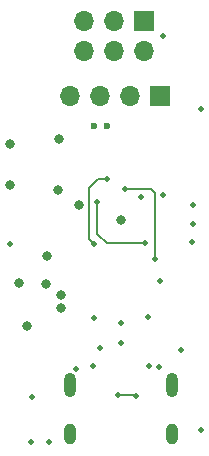
<source format=gbr>
%TF.GenerationSoftware,KiCad,Pcbnew,8.0.7*%
%TF.CreationDate,2024-12-24T16:41:46+01:00*%
%TF.ProjectId,USB2UART_PROG,55534232-5541-4525-945f-50524f472e6b,rev?*%
%TF.SameCoordinates,Original*%
%TF.FileFunction,Copper,L4,Bot*%
%TF.FilePolarity,Positive*%
%FSLAX46Y46*%
G04 Gerber Fmt 4.6, Leading zero omitted, Abs format (unit mm)*
G04 Created by KiCad (PCBNEW 8.0.7) date 2024-12-24 16:41:46*
%MOMM*%
%LPD*%
G01*
G04 APERTURE LIST*
%TA.AperFunction,ComponentPad*%
%ADD10R,1.700000X1.700000*%
%TD*%
%TA.AperFunction,ComponentPad*%
%ADD11O,1.700000X1.700000*%
%TD*%
%TA.AperFunction,ComponentPad*%
%ADD12O,1.000000X2.100000*%
%TD*%
%TA.AperFunction,ComponentPad*%
%ADD13O,1.000000X1.800000*%
%TD*%
%TA.AperFunction,ViaPad*%
%ADD14C,0.500000*%
%TD*%
%TA.AperFunction,ViaPad*%
%ADD15C,0.800000*%
%TD*%
%TA.AperFunction,ViaPad*%
%ADD16C,0.600000*%
%TD*%
%TA.AperFunction,Conductor*%
%ADD17C,0.200000*%
%TD*%
%TA.AperFunction,Conductor*%
%ADD18C,0.150000*%
%TD*%
G04 APERTURE END LIST*
D10*
%TO.P,J2,1,Pin_1*%
%TO.N,+5V*%
X141849000Y-69850000D03*
D11*
%TO.P,J2,2,Pin_2*%
%TO.N,/RXD*%
X139309000Y-69850000D03*
%TO.P,J2,3,Pin_3*%
%TO.N,/TXD*%
X136769000Y-69850000D03*
%TO.P,J2,4,Pin_4*%
%TO.N,GND*%
X134229000Y-69850000D03*
%TD*%
D10*
%TO.P,J3,1,Pin_1*%
%TO.N,Net-(J3-Pin_1)*%
X140462000Y-63500000D03*
D11*
%TO.P,J3,2,Pin_2*%
%TO.N,GND*%
X140462000Y-66040000D03*
%TO.P,J3,3,Pin_3*%
%TO.N,+3V3*%
X137922000Y-63500000D03*
%TO.P,J3,4,Pin_4*%
X137922000Y-66040000D03*
%TO.P,J3,5,Pin_5*%
%TO.N,/TXD*%
X135382000Y-63500000D03*
%TO.P,J3,6,Pin_6*%
%TO.N,/RXD*%
X135382000Y-66040000D03*
%TD*%
D12*
%TO.P,J1,SH1,SHELL_GND*%
%TO.N,Net-(J1-SHELL_GND)*%
X134180000Y-94320000D03*
%TO.P,J1,SH2,SHELL_GND__1*%
X142820000Y-94320000D03*
D13*
%TO.P,J1,SH3,SHELL_GND__2*%
X134180000Y-98500000D03*
%TO.P,J1,SH4,SHELL_GND__3*%
X142820000Y-98500000D03*
%TD*%
D14*
%TO.N,GND*%
X144576800Y-79095600D03*
X145288000Y-70916800D03*
X144576800Y-80670400D03*
D15*
X138500000Y-80387500D03*
D14*
X143560800Y-91338400D03*
X136702800Y-91186000D03*
D15*
X129082800Y-77368400D03*
D14*
X145288000Y-98094800D03*
D15*
X129895600Y-85648800D03*
X134924800Y-79095600D03*
D14*
X138500000Y-90800000D03*
X129082800Y-82346800D03*
X140157200Y-78435200D03*
D15*
X129082800Y-73914000D03*
D14*
X130962400Y-95351600D03*
X136194800Y-88646000D03*
X132384800Y-99161600D03*
X141732000Y-92760800D03*
X141782800Y-85496400D03*
X140766800Y-88595200D03*
X134721600Y-92952800D03*
X130860800Y-99110800D03*
X144526000Y-82245200D03*
%TO.N,+5V*%
X138500000Y-89100000D03*
D15*
X130505200Y-89306400D03*
X133451600Y-87782400D03*
D14*
X142087600Y-78232000D03*
D15*
X133451600Y-86664800D03*
D14*
%TO.N,Net-(U1-3V3OUT)*%
X140500000Y-82300000D03*
X136500000Y-78800000D03*
%TO.N,/VBUS*%
X136100000Y-92700000D03*
X140900000Y-92700000D03*
D15*
%TO.N,+3V3*%
X133146800Y-77774800D03*
X132181600Y-85750400D03*
D14*
X142087600Y-64770000D03*
D15*
X132200000Y-83362800D03*
X133248400Y-73456800D03*
D16*
%TO.N,/RXD*%
X137346500Y-72390000D03*
X136191500Y-72390000D03*
D14*
%TO.N,Net-(U1-CBUS2)*%
X136194800Y-82346800D03*
X137296500Y-76911200D03*
%TO.N,Net-(U1-CBUS3)*%
X138836400Y-77724000D03*
X141376400Y-83667600D03*
%TO.N,/D_P*%
X138250000Y-95200000D03*
X139750000Y-95250000D03*
%TD*%
D17*
%TO.N,Net-(U1-3V3OUT)*%
X140500000Y-82300000D02*
X137300000Y-82300000D01*
X136500000Y-81500000D02*
X136500000Y-78800000D01*
X137300000Y-82300000D02*
X136500000Y-81500000D01*
D18*
%TO.N,Net-(U1-CBUS2)*%
X137296500Y-76911200D02*
X136550400Y-76911200D01*
X135800000Y-77661600D02*
X135800000Y-81952000D01*
X135800000Y-81952000D02*
X136194800Y-82346800D01*
X136550400Y-76911200D02*
X135800000Y-77661600D01*
D17*
%TO.N,Net-(U1-CBUS3)*%
X141020800Y-77724000D02*
X141376400Y-78079600D01*
X141376400Y-78079600D02*
X141376400Y-83667600D01*
X138836400Y-77724000D02*
X141020800Y-77724000D01*
%TO.N,/D_P*%
X139750000Y-95250000D02*
X139700000Y-95200000D01*
X139700000Y-95200000D02*
X138250000Y-95200000D01*
%TD*%
M02*

</source>
